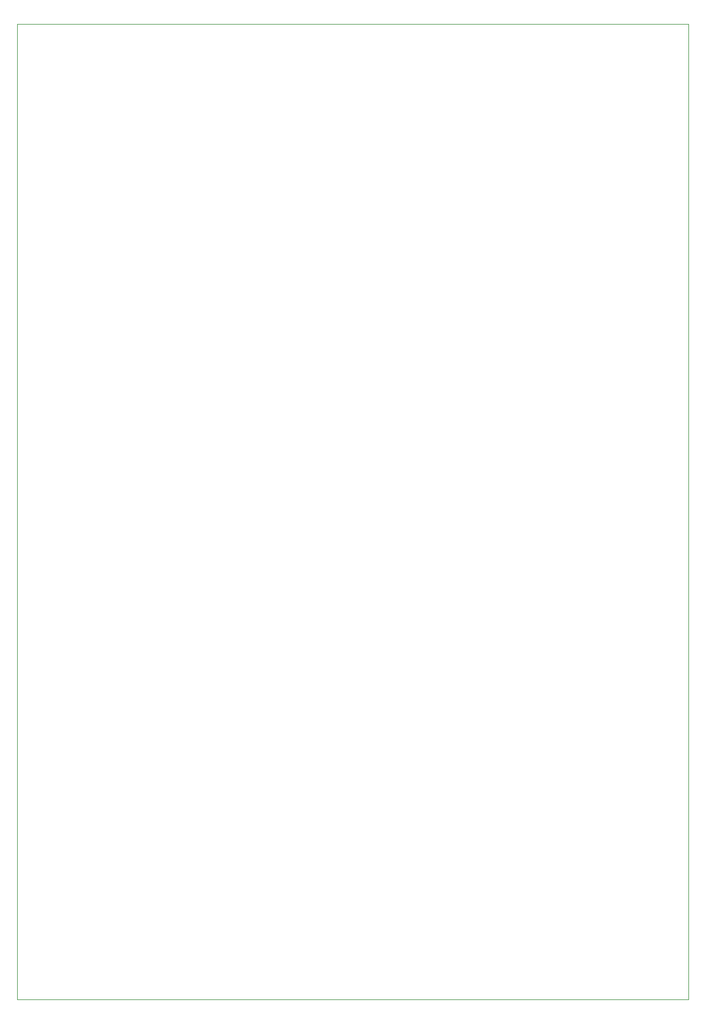
<source format=gbr>
%TF.GenerationSoftware,KiCad,Pcbnew,9.0.0*%
%TF.CreationDate,2025-04-01T10:30:41+05:30*%
%TF.ProjectId,Plant Monitoring System,506c616e-7420-44d6-9f6e-69746f72696e,rev?*%
%TF.SameCoordinates,Original*%
%TF.FileFunction,Profile,NP*%
%FSLAX46Y46*%
G04 Gerber Fmt 4.6, Leading zero omitted, Abs format (unit mm)*
G04 Created by KiCad (PCBNEW 9.0.0) date 2025-04-01 10:30:41*
%MOMM*%
%LPD*%
G01*
G04 APERTURE LIST*
%TA.AperFunction,Profile*%
%ADD10C,0.050000*%
%TD*%
G04 APERTURE END LIST*
D10*
X78000000Y-31000000D02*
X177500000Y-31000000D01*
X177500000Y-175500000D01*
X78000000Y-175500000D01*
X78000000Y-31000000D01*
M02*

</source>
